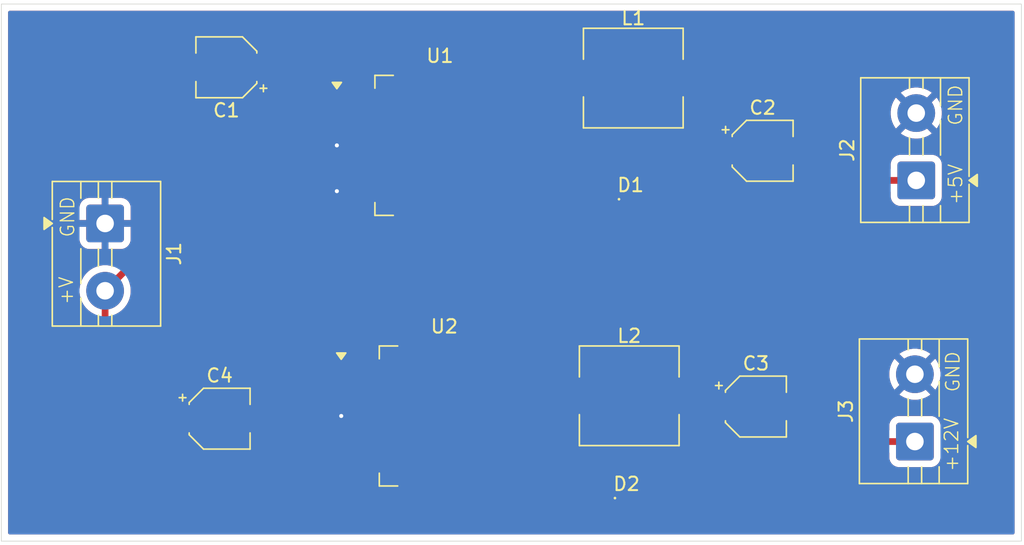
<source format=kicad_pcb>
(kicad_pcb (version 20241229) (generator "pcbnew") (generator_version "9.0")
  (layers (0 "F.Cu" signal) (2 "B.Cu" signal) (13 "F.Paste" user) (15 "B.Paste" user) (5 "F.SilkS" user "F.Silkscreen") (7 "B.SilkS" user "B.Silkscreen") (1 "F.Mask" user) (3 "B.Mask" user) (25 "Edge.Cuts" user))
  (net 0 "")
  (net 1 "Net-(J1-Pin_2)")
  (net 2 "GND")
  (net 3 "Net-(J2-Pin_1)")
  (net 4 "Net-(J3-Pin_1)")
  (net 5 "Net-(D1-K)")
  (net 6 "Net-(D2-K)")
  (footprint "TerminalBlock:TerminalBlock_MaiXu_MX126-5.0-02P_1x02_P5.00mm" (layer "F.Cu") (at 89.9 68.8 90)
    (property "Reference" "J3" (at 2.25 -5.12 90) (layer "F.SilkS"))
    (property "Value" "Screw_Terminal_01x02")
    (fp_line (start 7.62 -4.12) (end 7.62 3.92) (stroke (width 0.12)) (layer "F.SilkS"))
    (fp_line (start -3.12 -4.12) (end 7.62 -4.12) (stroke (width 0.12)) (layer "F.SilkS"))
    (fp_line (start -3.12 -4.12) (end -3.12 3.92) (stroke (width 0.12)) (layer "F.SilkS"))
    (fp_line (start 6.812 -0.5) (end 7.62 -0.5) (stroke (width 0.12)) (layer "F.SilkS"))
    (fp_line (start 1.88 -0.5) (end 3.188 -0.5) (stroke (width 0.12)) (layer "F.SilkS"))
    (fp_line (start -3.12 -0.5) (end -1.88 -0.5) (stroke (width 0.12)) (layer "F.SilkS"))
    (fp_line (start 6.812 0.5) (end 7.62 0.5) (stroke (width 0.12)) (layer "F.SilkS"))
    (fp_line (start 1.88 0.5) (end 3.188 0.5) (stroke (width 0.12)) (layer "F.SilkS"))
    (fp_line (start -3.12 0.5) (end -1.88 0.5) (stroke (width 0.12)) (layer "F.SilkS"))
    (fp_line (start 5.543 1.8) (end 7.62 1.8) (stroke (width 0.12)) (layer "F.SilkS"))
    (fp_line (start 1.88 1.8) (end 4.457 1.8) (stroke (width 0.12)) (layer "F.SilkS"))
    (fp_line (start -3.12 1.8) (end -1.88 1.8) (stroke (width 0.12)) (layer "F.SilkS"))
    (fp_line (start 0.3 3.92) (end 7.62 3.92) (stroke (width 0.12)) (layer "F.SilkS"))
    (fp_line (start -3.12 3.92) (end -0.3 3.92) (stroke (width 0.12)) (layer "F.SilkS"))
    (fp_poly (pts (xy 0 3.92) (xy 0.44 4.53) (xy -0.44 4.53)) (stroke (width 0.12)) (fill yes) (layer "F.SilkS"))
    (pad "1" thru_hole roundrect (at 0 0 90) (size 2.8 2.8) (drill 1.3) (layers "*.Cu" "*.Mask") (roundrect_rratio 0.089286) (net 4 "Net-(J3-Pin_1)"))
    (pad "2" thru_hole circle (at 5 0 90) (size 2.8 2.8) (drill 1.3) (layers "*.Cu" "*.Mask") (net 2 "GND"))
  )
  (footprint "Capacitor_SMD:CP_Elec_4x3" (layer "F.Cu") (at 78.6 47.2)
    (property "Reference" "C2" (at 0 -3.2 0) (layer "F.SilkS"))
    (property "Value" "1000 uF")
    (fp_line (start -3 -1.56) (end -2.5 -1.56) (stroke (width 0.12)) (layer "F.SilkS"))
    (fp_line (start -2.75 -1.81) (end -2.75 -1.31) (stroke (width 0.12)) (layer "F.SilkS"))
    (fp_line (start -2.26 -1.195563) (end -2.26 -1.06) (stroke (width 0.12)) (layer "F.SilkS"))
    (fp_line (start -2.26 -1.195563) (end -1.195563 -2.26) (stroke (width 0.12)) (layer "F.SilkS"))
    (fp_line (start -2.26 1.195563) (end -2.26 1.06) (stroke (width 0.12)) (layer "F.SilkS"))
    (fp_line (start -2.26 1.195563) (end -1.195563 2.26) (stroke (width 0.12)) (layer "F.SilkS"))
    (fp_line (start -1.195563 -2.26) (end 2.26 -2.26) (stroke (width 0.12)) (layer "F.SilkS"))
    (fp_line (start -1.195563 2.26) (end 2.26 2.26) (stroke (width 0.12)) (layer "F.SilkS"))
    (fp_line (start 2.26 -2.26) (end 2.26 -1.06) (stroke (width 0.12)) (layer "F.SilkS"))
    (fp_line (start 2.26 2.26) (end 2.26 1.06) (stroke (width 0.12)) (layer "F.SilkS"))
    (pad "1" smd roundrect (at -1.8 0) (size 2.6 1.6) (layers "F.Cu" "F.Mask" "F.Paste") (roundrect_rratio 0.15625) (net 3 "Net-(J2-Pin_1)"))
    (pad "2" smd roundrect (at 1.8 0) (size 2.6 1.6) (layers "F.Cu" "F.Mask" "F.Paste") (roundrect_rratio 0.15625) (net 2 "GND"))
  )
  (footprint "TerminalBlock:TerminalBlock_MaiXu_MX126-5.0-02P_1x02_P5.00mm" (layer "F.Cu") (at 90 49.4 90)
    (property "Reference" "J2" (at 2.25 -5.12 90) (layer "F.SilkS"))
    (property "Value" "Screw_Terminal_01x02")
    (fp_line (start 7.62 -4.12) (end 7.62 3.92) (stroke (width 0.12)) (layer "F.SilkS"))
    (fp_line (start -3.12 -4.12) (end 7.62 -4.12) (stroke (width 0.12)) (layer "F.SilkS"))
    (fp_line (start -3.12 -4.12) (end -3.12 3.92) (stroke (width 0.12)) (layer "F.SilkS"))
    (fp_line (start 6.812 -0.5) (end 7.62 -0.5) (stroke (width 0.12)) (layer "F.SilkS"))
    (fp_line (start 1.88 -0.5) (end 3.188 -0.5) (stroke (width 0.12)) (layer "F.SilkS"))
    (fp_line (start -3.12 -0.5) (end -1.88 -0.5) (stroke (width 0.12)) (layer "F.SilkS"))
    (fp_line (start 6.812 0.5) (end 7.62 0.5) (stroke (width 0.12)) (layer "F.SilkS"))
    (fp_line (start 1.88 0.5) (end 3.188 0.5) (stroke (width 0.12)) (layer "F.SilkS"))
    (fp_line (start -3.12 0.5) (end -1.88 0.5) (stroke (width 0.12)) (layer "F.SilkS"))
    (fp_line (start 5.543 1.8) (end 7.62 1.8) (stroke (width 0.12)) (layer "F.SilkS"))
    (fp_line (start 1.88 1.8) (end 4.457 1.8) (stroke (width 0.12)) (layer "F.SilkS"))
    (fp_line (start -3.12 1.8) (end -1.88 1.8) (stroke (width 0.12)) (layer "F.SilkS"))
    (fp_line (start 0.3 3.92) (end 7.62 3.92) (stroke (width 0.12)) (layer "F.SilkS"))
    (fp_line (start -3.12 3.92) (end -0.3 3.92) (stroke (width 0.12)) (layer "F.SilkS"))
    (fp_poly (pts (xy 0 3.92) (xy 0.44 4.53) (xy -0.44 4.53)) (stroke (width 0.12)) (fill yes) (layer "F.SilkS"))
    (pad "1" thru_hole roundrect (at 0 0 90) (size 2.8 2.8) (drill 1.3) (layers "*.Cu" "*.Mask") (roundrect_rratio 0.089286) (net 3 "Net-(J2-Pin_1)"))
    (pad "2" thru_hole circle (at 5 0 90) (size 2.8 2.8) (drill 1.3) (layers "*.Cu" "*.Mask") (net 2 "GND"))
  )
  (footprint "Capacitor_SMD:CP_Elec_4x3" (layer "F.Cu") (at 78.1 66.2)
    (property "Reference" "C3" (at 0 -3.2 0) (layer "F.SilkS"))
    (property "Value" "C")
    (fp_line (start -3 -1.56) (end -2.5 -1.56) (stroke (width 0.12)) (layer "F.SilkS"))
    (fp_line (start -2.75 -1.81) (end -2.75 -1.31) (stroke (width 0.12)) (layer "F.SilkS"))
    (fp_line (start -2.26 -1.195563) (end -2.26 -1.06) (stroke (width 0.12)) (layer "F.SilkS"))
    (fp_line (start -2.26 -1.195563) (end -1.195563 -2.26) (stroke (width 0.12)) (layer "F.SilkS"))
    (fp_line (start -2.26 1.195563) (end -2.26 1.06) (stroke (width 0.12)) (layer "F.SilkS"))
    (fp_line (start -2.26 1.195563) (end -1.195563 2.26) (stroke (width 0.12)) (layer "F.SilkS"))
    (fp_line (start -1.195563 -2.26) (end 2.26 -2.26) (stroke (width 0.12)) (layer "F.SilkS"))
    (fp_line (start -1.195563 2.26) (end 2.26 2.26) (stroke (width 0.12)) (layer "F.SilkS"))
    (fp_line (start 2.26 -2.26) (end 2.26 -1.06) (stroke (width 0.12)) (layer "F.SilkS"))
    (fp_line (start 2.26 2.26) (end 2.26 1.06) (stroke (width 0.12)) (layer "F.SilkS"))
    (pad "1" smd roundrect (at -1.8 0) (size 2.6 1.6) (layers "F.Cu" "F.Mask" "F.Paste") (roundrect_rratio 0.15625) (net 4 "Net-(J3-Pin_1)"))
    (pad "2" smd roundrect (at 1.8 0) (size 2.6 1.6) (layers "F.Cu" "F.Mask" "F.Paste") (roundrect_rratio 0.15625) (net 2 "GND"))
  )
  (footprint "Capacitor_SMD:CP_Elec_4x3" (layer "F.Cu") (at 38.8 41 180)
    (property "Reference" "C1" (at 0 -3.2 0) (layer "F.SilkS"))
    (property "Value" "100 uF")
    (fp_line (start 2.26 2.26) (end 2.26 1.06) (stroke (width 0.12)) (layer "F.SilkS"))
    (fp_line (start 2.26 -2.26) (end 2.26 -1.06) (stroke (width 0.12)) (layer "F.SilkS"))
    (fp_line (start -1.195563 2.26) (end 2.26 2.26) (stroke (width 0.12)) (layer "F.SilkS"))
    (fp_line (start -1.195563 -2.26) (end 2.26 -2.26) (stroke (width 0.12)) (layer "F.SilkS"))
    (fp_line (start -2.26 1.195563) (end -1.195563 2.26) (stroke (width 0.12)) (layer "F.SilkS"))
    (fp_line (start -2.26 1.195563) (end -2.26 1.06) (stroke (width 0.12)) (layer "F.SilkS"))
    (fp_line (start -2.26 -1.195563) (end -1.195563 -2.26) (stroke (width 0.12)) (layer "F.SilkS"))
    (fp_line (start -2.26 -1.195563) (end -2.26 -1.06) (stroke (width 0.12)) (layer "F.SilkS"))
    (fp_line (start -2.75 -1.81) (end -2.75 -1.31) (stroke (width 0.12)) (layer "F.SilkS"))
    (fp_line (start -3 -1.56) (end -2.5 -1.56) (stroke (width 0.12)) (layer "F.SilkS"))
    (pad "1" smd roundrect (at -1.8 0 180) (size 2.6 1.6) (layers "F.Cu" "F.Mask" "F.Paste") (roundrect_rratio 0.15625) (net 2 "GND"))
    (pad "2" smd roundrect (at 1.8 0 180) (size 2.6 1.6) (layers "F.Cu" "F.Mask" "F.Paste") (roundrect_rratio 0.15625) (net 1 "Net-(J1-Pin_2)"))
  )
  (footprint "Package_TO_SOT_SMD:TO-263-5_TabPin3" (layer "F.Cu") (at 54.975 66.9)
    (property "Reference" "U2" (at 0 -6.65 0) (layer "F.SilkS"))
    (property "Value" "LM2576HVS-12")
    (fp_line (start -4.825 -5.2) (end -4.825 -4.25) (stroke (width 0.12)) (layer "F.SilkS"))
    (fp_line (start -4.825 5.2) (end -4.825 4.25) (stroke (width 0.12)) (layer "F.SilkS"))
    (fp_line (start -3.46 -5.2) (end -4.825 -5.2) (stroke (width 0.12)) (layer "F.SilkS"))
    (fp_line (start -3.46 5.2) (end -4.825 5.2) (stroke (width 0.12)) (layer "F.SilkS"))
    (fp_poly (pts (xy -7.65 -4.21) (xy -7.99 -4.68) (xy -7.31 -4.68)) (stroke (width 0.12)) (fill yes) (layer "F.SilkS"))
    (pad "1" smd roundrect (at -7.65 -3.4) (size 4.6 1.1) (layers "F.Cu" "F.Mask" "F.Paste") (roundrect_rratio 0.227273) (net 1 "Net-(J1-Pin_2)"))
    (pad "2" smd roundrect (at -7.65 -1.7) (size 4.6 1.1) (layers "F.Cu" "F.Mask" "F.Paste") (roundrect_rratio 0.227273) (net 6 "Net-(D2-K)"))
    (pad "3" smd roundrect (at -7.65 0) (size 4.6 1.1) (layers "F.Cu" "F.Mask" "F.Paste") (roundrect_rratio 0.227273) (net 2 "GND"))
    (pad "3" smd roundrect (at 1.5 0) (size 9.4 10.8) (layers "F.Cu" "F.Mask") (roundrect_rratio 0.026596) (net 2 "GND"))
    (pad "4" smd roundrect (at -7.65 1.7) (size 4.6 1.1) (layers "F.Cu" "F.Mask" "F.Paste") (roundrect_rratio 0.227273) (net 4 "Net-(J3-Pin_1)"))
    (pad "5" smd roundrect (at -7.65 3.4) (size 4.6 1.1) (layers "F.Cu" "F.Mask" "F.Paste") (roundrect_rratio 0.227273) (net 2 "GND"))
  )
  (footprint "Capacitor_SMD:CP_Elec_4x3" (layer "F.Cu") (at 38.3 67.1)
    (property "Reference" "C4" (at 0 -3.2 0) (layer "F.SilkS"))
    (property "Value" "100 uF")
    (fp_line (start -3 -1.56) (end -2.5 -1.56) (stroke (width 0.12)) (layer "F.SilkS"))
    (fp_line (start -2.75 -1.81) (end -2.75 -1.31) (stroke (width 0.12)) (layer "F.SilkS"))
    (fp_line (start -2.26 -1.195563) (end -2.26 -1.06) (stroke (width 0.12)) (layer "F.SilkS"))
    (fp_line (start -2.26 -1.195563) (end -1.195563 -2.26) (stroke (width 0.12)) (layer "F.SilkS"))
    (fp_line (start -2.26 1.195563) (end -2.26 1.06) (stroke (width 0.12)) (layer "F.SilkS"))
    (fp_line (start -2.26 1.195563) (end -1.195563 2.26) (stroke (width 0.12)) (layer "F.SilkS"))
    (fp_line (start -1.195563 -2.26) (end 2.26 -2.26) (stroke (width 0.12)) (layer "F.SilkS"))
    (fp_line (start -1.195563 2.26) (end 2.26 2.26) (stroke (width 0.12)) (layer "F.SilkS"))
    (fp_line (start 2.26 -2.26) (end 2.26 -1.06) (stroke (width 0.12)) (layer "F.SilkS"))
    (fp_line (start 2.26 2.26) (end 2.26 1.06) (stroke (width 0.12)) (layer "F.SilkS"))
    (pad "1" smd roundrect (at -1.8 0) (size 2.6 1.6) (layers "F.Cu" "F.Mask" "F.Paste") (roundrect_rratio 0.15625) (net 1 "Net-(J1-Pin_2)"))
    (pad "2" smd roundrect (at 1.8 0) (size 2.6 1.6) (layers "F.Cu" "F.Mask" "F.Paste") (roundrect_rratio 0.15625) (net 2 "GND"))
  )
  (footprint "Diode_SMD:D_0201_0603Metric" (layer "F.Cu") (at 68.5 73)
    (property "Reference" "D2" (at 0 -1.05 0) (layer "F.SilkS"))
    (property "Value" "D_Schottky")
    (fp_circle (center -0.86 0) (end -0.81 0) (stroke (width 0.1)) (fill no) (layer "F.SilkS"))
    (pad "1" smd roundrect (at -0.32 0) (size 0.46 0.4) (layers "F.Cu" "F.Mask") (net 6 "Net-(D2-K)"))
    (pad "2" smd roundrect (at 0.32 0) (size 0.46 0.4) (layers "F.Cu" "F.Mask") (net 2 "GND"))
  )
  (footprint "Package_TO_SOT_SMD:TO-263-5_TabPin3" (layer "F.Cu") (at 54.65 46.8)
    (property "Reference" "U1" (at 0 -6.65 0) (layer "F.SilkS"))
    (property "Value" "LM2576HVS-5")
    (fp_line (start -4.825 -5.2) (end -4.825 -4.25) (stroke (width 0.12)) (layer "F.SilkS"))
    (fp_line (start -4.825 5.2) (end -4.825 4.25) (stroke (width 0.12)) (layer "F.SilkS"))
    (fp_line (start -3.46 -5.2) (end -4.825 -5.2) (stroke (width 0.12)) (layer "F.SilkS"))
    (fp_line (start -3.46 5.2) (end -4.825 5.2) (stroke (width 0.12)) (layer "F.SilkS"))
    (fp_poly (pts (xy -7.65 -4.21) (xy -7.99 -4.68) (xy -7.31 -4.68)) (stroke (width 0.12)) (fill yes) (layer "F.SilkS"))
    (pad "1" smd roundrect (at -7.65 -3.4) (size 4.6 1.1) (layers "F.Cu" "F.Mask" "F.Paste") (roundrect_rratio 0.227273) (net 1 "Net-(J1-Pin_2)"))
    (pad "2" smd roundrect (at -7.65 -1.7) (size 4.6 1.1) (layers "F.Cu" "F.Mask" "F.Paste") (roundrect_rratio 0.227273) (net 5 "Net-(D1-K)"))
    (pad "3" smd roundrect (at -7.65 0) (size 4.6 1.1) (layers "F.Cu" "F.Mask" "F.Paste") (roundrect_rratio 0.227273) (net 2 "GND"))
    (pad "3" smd roundrect (at 1.5 0) (size 9.4 10.8) (layers "F.Cu" "F.Mask") (roundrect_rratio 0.026596) (net 2 "GND"))
    (pad "4" smd roundrect (at -7.65 1.7) (size 4.6 1.1) (layers "F.Cu" "F.Mask" "F.Paste") (roundrect_rratio 0.227273) (net 3 "Net-(J2-Pin_1)"))
    (pad "5" smd roundrect (at -7.65 3.4) (size 4.6 1.1) (layers "F.Cu" "F.Mask" "F.Paste") (roundrect_rratio 0.227273) (net 2 "GND"))
  )
  (footprint "Inductor_SMD:L_7.3x7.3_H3.5" (layer "F.Cu") (at 69 41.8)
    (property "Reference" "L1" (at 0 -4.45 0) (layer "F.SilkS"))
    (property "Value" "100 uH")
    (fp_line (start -3.7 -3.7) (end 3.7 -3.7) (stroke (width 0.12)) (layer "F.SilkS"))
    (fp_line (start -3.7 -1.4) (end -3.7 -3.7) (stroke (width 0.12)) (layer "F.SilkS"))
    (fp_line (start -3.7 3.7) (end -3.7 1.4) (stroke (width 0.12)) (layer "F.SilkS"))
    (fp_line (start 3.7 -3.7) (end 3.7 -1.4) (stroke (width 0.12)) (layer "F.SilkS"))
    (fp_line (start 3.7 1.4) (end 3.7 3.7) (stroke (width 0.12)) (layer "F.SilkS"))
    (fp_line (start 3.7 3.7) (end -3.7 3.7) (stroke (width 0.12)) (layer "F.SilkS"))
    (pad "1" smd rect (at -3.2 0) (size 1.5 2.2) (layers "F.Cu" "F.Mask" "F.Paste") (net 5 "Net-(D1-K)"))
    (pad "2" smd rect (at 3.2 0) (size 1.5 2.2) (layers "F.Cu" "F.Mask" "F.Paste") (net 3 "Net-(J2-Pin_1)"))
  )
  (footprint "Inductor_SMD:L_7.3x7.3_H3.5" (layer "F.Cu") (at 68.7 65.4)
    (property "Reference" "L2" (at 0 -4.45 0) (layer "F.SilkS"))
    (property "Value" "L")
    (fp_line (start -3.7 -3.7) (end 3.7 -3.7) (stroke (width 0.12)) (layer "F.SilkS"))
    (fp_line (start -3.7 -1.4) (end -3.7 -3.7) (stroke (width 0.12)) (layer "F.SilkS"))
    (fp_line (start -3.7 3.7) (end -3.7 1.4) (stroke (width 0.12)) (layer "F.SilkS"))
    (fp_line (start 3.7 -3.7) (end 3.7 -1.4) (stroke (width 0.12)) (layer "F.SilkS"))
    (fp_line (start 3.7 1.4) (end 3.7 3.7) (stroke (width 0.12)) (layer "F.SilkS"))
    (fp_line (start 3.7 3.7) (end -3.7 3.7) (stroke (width 0.12)) (layer "F.SilkS"))
    (pad "1" smd rect (at -3.2 0) (size 1.5 2.2) (layers "F.Cu" "F.Mask" "F.Paste") (net 6 "Net-(D2-K)"))
    (pad "2" smd rect (at 3.2 0) (size 1.5 2.2) (layers "F.Cu" "F.Mask" "F.Paste") (net 4 "Net-(J3-Pin_1)"))
  )
  (footprint "TerminalBlock:TerminalBlock_MaiXu_MX126-5.0-02P_1x02_P5.00mm" (layer "F.Cu") (at 29.8 52.6 -90)
    (property "Reference" "J1" (at 2.25 -5.12 90) (layer "F.SilkS"))
    (property "Value" "Screw_Terminal_01x02")
    (fp_line (start -3.12 3.92) (end -0.3 3.92) (stroke (width 0.12)) (layer "F.SilkS"))
    (fp_line (start 0.3 3.92) (end 7.62 3.92) (stroke (width 0.12)) (layer "F.SilkS"))
    (fp_line (start -3.12 1.8) (end -1.88 1.8) (stroke (width 0.12)) (layer "F.SilkS"))
    (fp_line (start 1.88 1.8) (end 4.457 1.8) (stroke (width 0.12)) (layer "F.SilkS"))
    (fp_line (start 5.543 1.8) (end 7.62 1.8) (stroke (width 0.12)) (layer "F.SilkS"))
    (fp_line (start -3.12 0.5) (end -1.88 0.5) (stroke (width 0.12)) (layer "F.SilkS"))
    (fp_line (start 1.88 0.5) (end 3.188 0.5) (stroke (width 0.12)) (layer "F.SilkS"))
    (fp_line (start 6.812 0.5) (end 7.62 0.5) (stroke (width 0.12)) (layer "F.SilkS"))
    (fp_line (start -3.12 -0.5) (end -1.88 -0.5) (stroke (width 0.12)) (layer "F.SilkS"))
    (fp_line (start 1.88 -0.5) (end 3.188 -0.5) (stroke (width 0.12)) (layer "F.SilkS"))
    (fp_line (start 6.812 -0.5) (end 7.62 -0.5) (stroke (width 0.12)) (layer "F.SilkS"))
    (fp_line (start -3.12 -4.12) (end -3.12 3.92) (stroke (width 0.12)) (layer "F.SilkS"))
    (fp_line (start -3.12 -4.12) (end 7.62 -4.12) (stroke (width 0.12)) (layer "F.SilkS"))
    (fp_line (start 7.62 -4.12) (end 7.62 3.92) (stroke (width 0.12)) (layer "F.SilkS"))
    (fp_poly (pts (xy 0 3.92) (xy 0.44 4.53) (xy -0.44 4.53)) (stroke (width 0.12)) (fill yes) (layer "F.SilkS"))
    (pad "1" thru_hole roundrect (at 0 0 270) (size 2.8 2.8) (drill 1.3) (layers "*.Cu" "*.Mask") (roundrect_rratio 0.089286) (net 2 "GND"))
    (pad "2" thru_hole circle (at 5 0 270) (size 2.8 2.8) (drill 1.3) (layers "*.Cu" "*.Mask") (net 1 "Net-(J1-Pin_2)"))
  )
  (footprint "Diode_SMD:D_0201_0603Metric" (layer "F.Cu") (at 68.8 50.8)
    (property "Reference" "D1" (at 0 -1.05 0) (layer "F.SilkS"))
    (property "Value" "D_Schottky")
    (fp_circle (center -0.86 0) (end -0.81 0) (stroke (width 0.1)) (fill no) (layer "F.SilkS"))
    (pad "1" smd roundrect (at -0.32 0) (size 0.46 0.4) (layers "F.Cu" "F.Mask") (net 5 "Net-(D1-K)"))
    (pad "2" smd roundrect (at 0.32 0) (size 0.46 0.4) (layers "F.Cu" "F.Mask") (net 2 "GND"))
  )
  (gr_rect (start 22.1 36.3) (end 97.8 76.2) (stroke (width 0.05)) (fill no) (layer "Edge.Cuts"))
  (gr_text "+5V" (at 93.5 51.28 90) (layer "F.SilkS") (effects (font (size 1 1) (thickness 0.1)) (justify left bottom)))
  (gr_text "GND" (at 27.6 53.7 90) (layer "F.SilkS") (effects (font (size 1 1) (thickness 0.1)) (justify left bottom)))
  (gr_text "+V" (at 27.5 58.7 90) (layer "F.SilkS") (effects (font (size 1 1) (thickness 0.1)) (justify left bottom)))
  (gr_text "+12V" (at 93.2 71.1 90) (layer "F.SilkS") (effects (font (size 1 1) (thickness 0.1)) (justify left bottom)))
  (gr_text "GND\n" (at 93.5 45.4 90) (layer "F.SilkS") (effects (font (size 1 1) (thickness 0.1)) (justify left bottom)))
  (gr_text "GND\n" (at 93.3 65.2 90) (layer "F.SilkS") (effects (font (size 1 1) (thickness 0.1)) (justify left bottom)))
  (segment (start 29.8 57.6) (end 37 50.4) (width 0.5) (layer "F.Cu") (net 1))
  (segment (start 37 50.4) (end 37 41) (width 0.5) (layer "F.Cu") (net 1))
  (segment (start 39.4 43.4) (end 47 43.4) (width 0.5) (layer "F.Cu") (net 1))
  (segment (start 29.8 60.4) (end 36.5 67.1) (width 0.5) (layer "F.Cu") (net 1))
  (segment (start 40.1 63.5) (end 47.325 63.5) (width 0.5) (layer "F.Cu") (net 1))
  (segment (start 37 41) (end 39.4 43.4) (width 0.5) (layer "F.Cu") (net 1))
  (segment (start 36.5 67.1) (end 40.1 63.5) (width 0.5) (layer "F.Cu") (net 1))
  (segment (start 29.8 57.6) (end 29.8 60.4) (width 0.5) (layer "F.Cu") (net 1))
  (via (at 47.325 66.9) (size 0.6) (drill 0.3) (layers "F.Cu" "B.Cu") (net 2))
  (via (at 47 46.8) (size 0.6) (drill 0.3) (layers "F.Cu" "B.Cu") (net 2))
  (via (at 47 50.2) (size 0.6) (drill 0.3) (layers "F.Cu" "B.Cu") (net 2))
  (segment (start 47 48.5) (end 49.3 48.5) (width 0.5) (layer "F.Cu") (net 3))
  (segment (start 79 49.4) (end 90 49.4) (width 0.5) (layer "F.Cu") (net 3))
  (segment (start 49.3 48.5) (end 50.7 47.1) (width 0.5) (layer "F.Cu") (net 3))
  (segment (start 52.2 39.4) (end 68 39.4) (width 0.5) (layer "F.Cu") (net 3))
  (segment (start 70.4 41.8) (end 72.2 41.8) (width 0.5) (layer "F.Cu") (net 3))
  (segment (start 50.7 40.9) (end 52.2 39.4) (width 0.5) (layer "F.Cu") (net 3))
  (segment (start 76.8 47.2) (end 79 49.4) (width 0.5) (layer "F.Cu") (net 3))
  (segment (start 68 39.4) (end 70.4 41.8) (width 0.5) (layer "F.Cu") (net 3))
  (segment (start 50.7 47.1) (end 50.7 40.9) (width 0.5) (layer "F.Cu") (net 3))
  (segment (start 72.2 42.6) (end 76.8 47.2) (width 0.5) (layer "F.Cu") (net 3))
  (segment (start 72.2 41.8) (end 72.2 42.6) (width 0.5) (layer "F.Cu") (net 3))
  (segment (start 53.8 58) (end 67.4 58) (width 0.5) (layer "F.Cu") (net 4))
  (segment (start 78.9 68.8) (end 89.9 68.8) (width 0.5) (layer "F.Cu") (net 4))
  (segment (start 47.325 68.6) (end 49.625 68.6) (width 0.5) (layer "F.Cu") (net 4))
  (segment (start 72 65.4) (end 72.8 66.2) (width 0.5) (layer "F.Cu") (net 4))
  (segment (start 76.3 66.2) (end 78.9 68.8) (width 0.5) (layer "F.Cu") (net 4))
  (segment (start 67.4 58) (end 71.9 62.5) (width 0.5) (layer "F.Cu") (net 4))
  (segment (start 71.9 62.5) (end 71.9 65.4) (width 0.5) (layer "F.Cu") (net 4))
  (segment (start 72.8 66.2) (end 76.3 66.2) (width 0.5) (layer "F.Cu") (net 4))
  (segment (start 71.9 65.4) (end 72 65.4) (width 0.5) (layer "F.Cu") (net 4))
  (segment (start 51.1 67.125) (end 51.1 60.7) (width 0.5) (layer "F.Cu") (net 4))
  (segment (start 51.1 60.7) (end 53.8 58) (width 0.5) (layer "F.Cu") (net 4))
  (segment (start 49.625 68.6) (end 51.1 67.125) (width 0.5) (layer "F.Cu") (net 4))
  (segment (start 42.8 47) (end 42.8 54.2) (width 0.5) (layer "F.Cu") (net 5))
  (segment (start 47 45.1) (end 44.7 45.1) (width 0.5) (layer "F.Cu") (net 5))
  (segment (start 65.08 54.2) (end 68.48 50.8) (width 0.5) (layer "F.Cu") (net 5))
  (segment (start 68.48 44.48) (end 65.8 41.8) (width 0.5) (layer "F.Cu") (net 5))
  (segment (start 68.48 50.8) (end 68.48 44.48) (width 0.5) (layer "F.Cu") (net 5))
  (segment (start 44.7 45.1) (end 42.8 47) (width 0.5) (layer "F.Cu") (net 5))
  (segment (start 42.8 54.2) (end 65.08 54.2) (width 0.5) (layer "F.Cu") (net 5))
  (segment (start 66.9 74) (end 67.9 73) (width 0.5) (layer "F.Cu") (net 6))
  (segment (start 65.5 70.32) (end 68.18 73) (width 0.2) (layer "F.Cu") (net 6))
  (segment (start 47.325 65.2) (end 45.025 65.2) (width 0.5) (layer "F.Cu") (net 6))
  (segment (start 45.025 65.2) (end 43.5 66.725) (width 0.5) (layer "F.Cu") (net 6))
  (segment (start 65.5 65.4) (end 65.5 70.32) (width 0.2) (layer "F.Cu") (net 6))
  (segment (start 67.9 73) (end 68.18 73) (width 0.5) (layer "F.Cu") (net 6))
  (segment (start 43.5 74) (end 66.9 74) (width 0.5) (layer "F.Cu") (net 6))
  (segment (start 43.5 66.725) (end 43.5 74) (width 0.5) (layer "F.Cu") (net 6))
  (zone (net 2) (net_name "GND") (layer "F.Cu") (priority 1) (connect_pads (clearance 0.5)) (min_thickness 0.25) (fill yes (thermal_gap 0.5) (thermal_bridge_width 0.5))
    (polygon (pts (xy 22 36) (xy 98 36) (xy 98 76.5) (xy 22 76.5)))
  )
  (zone (net 2) (net_name "GND") (layer "B.Cu") (connect_pads (clearance 0.5)) (min_thickness 0.25) (fill yes (thermal_gap 0.5) (thermal_bridge_width 0.5))
    (polygon (pts (xy 22.2 36.6) (xy 97.5 36.6) (xy 97.6 75.9) (xy 22.4 75.7)))
  )
)
</source>
